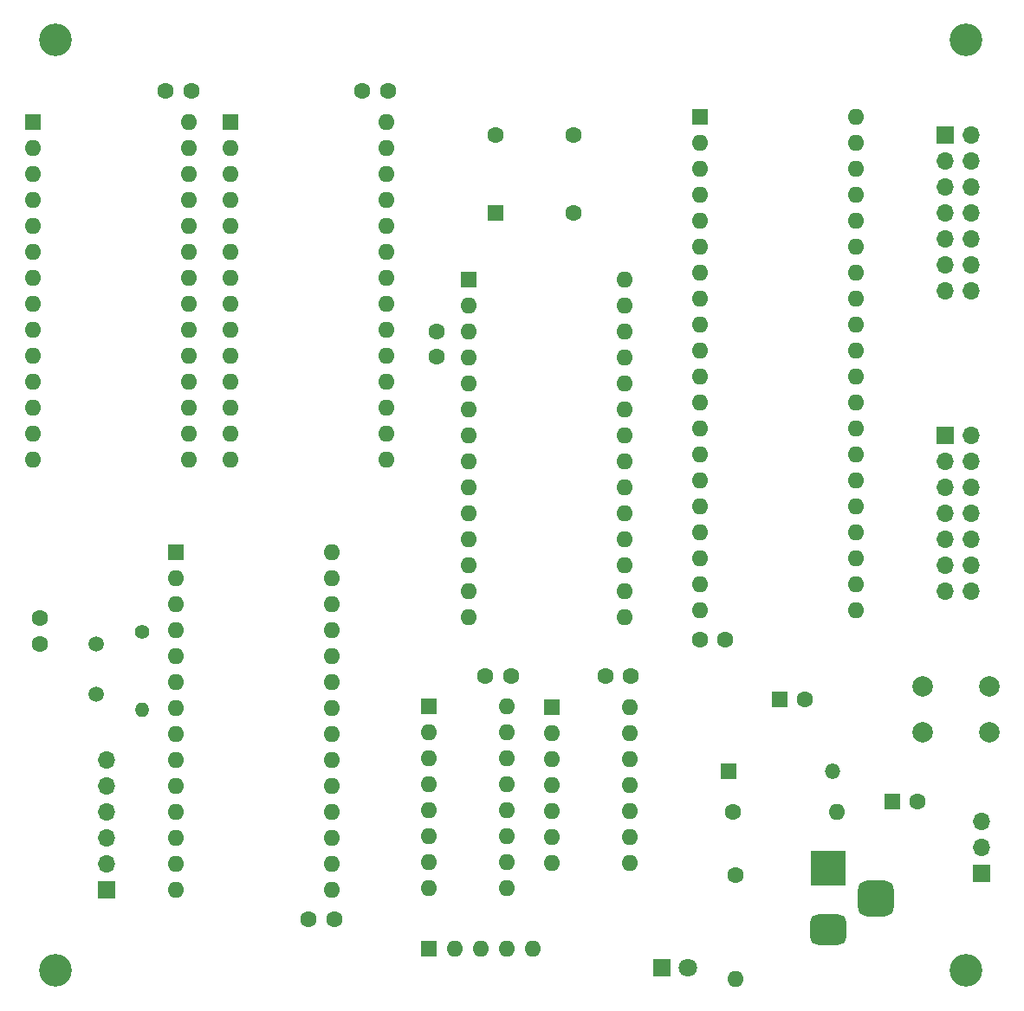
<source format=gts>
G04 #@! TF.GenerationSoftware,KiCad,Pcbnew,7.0.6-0*
G04 #@! TF.CreationDate,2024-02-24T20:21:30+09:00*
G04 #@! TF.ProjectId,K6504-SBC,4b363530-342d-4534-9243-2e6b69636164,rev?*
G04 #@! TF.SameCoordinates,PX54e0840PY90013c0*
G04 #@! TF.FileFunction,Soldermask,Top*
G04 #@! TF.FilePolarity,Negative*
%FSLAX46Y46*%
G04 Gerber Fmt 4.6, Leading zero omitted, Abs format (unit mm)*
G04 Created by KiCad (PCBNEW 7.0.6-0) date 2024-02-24 20:21:30*
%MOMM*%
%LPD*%
G01*
G04 APERTURE LIST*
G04 Aperture macros list*
%AMRoundRect*
0 Rectangle with rounded corners*
0 $1 Rounding radius*
0 $2 $3 $4 $5 $6 $7 $8 $9 X,Y pos of 4 corners*
0 Add a 4 corners polygon primitive as box body*
4,1,4,$2,$3,$4,$5,$6,$7,$8,$9,$2,$3,0*
0 Add four circle primitives for the rounded corners*
1,1,$1+$1,$2,$3*
1,1,$1+$1,$4,$5*
1,1,$1+$1,$6,$7*
1,1,$1+$1,$8,$9*
0 Add four rect primitives between the rounded corners*
20,1,$1+$1,$2,$3,$4,$5,0*
20,1,$1+$1,$4,$5,$6,$7,0*
20,1,$1+$1,$6,$7,$8,$9,0*
20,1,$1+$1,$8,$9,$2,$3,0*%
G04 Aperture macros list end*
%ADD10C,3.200000*%
%ADD11R,1.600000X1.600000*%
%ADD12O,1.600000X1.600000*%
%ADD13C,1.600000*%
%ADD14R,1.500000X1.500000*%
%ADD15O,1.500000X1.500000*%
%ADD16R,1.700000X1.700000*%
%ADD17O,1.700000X1.700000*%
%ADD18R,3.500000X3.500000*%
%ADD19RoundRect,0.750000X1.000000X-0.750000X1.000000X0.750000X-1.000000X0.750000X-1.000000X-0.750000X0*%
%ADD20RoundRect,0.875000X0.875000X-0.875000X0.875000X0.875000X-0.875000X0.875000X-0.875000X-0.875000X0*%
%ADD21R,1.800000X1.800000*%
%ADD22C,1.800000*%
%ADD23C,2.000000*%
%ADD24C,1.400000*%
%ADD25O,1.400000X1.400000*%
%ADD26C,1.500000*%
G04 APERTURE END LIST*
D10*
X5500000Y4500000D03*
D11*
X3260000Y87440000D03*
D12*
X3260000Y84900000D03*
X3260000Y82360000D03*
X3260000Y79820000D03*
X3260000Y77280000D03*
X3260000Y74740000D03*
X3260000Y72200000D03*
X3260000Y69660000D03*
X3260000Y67120000D03*
X3260000Y64580000D03*
X3260000Y62040000D03*
X3260000Y59500000D03*
X3260000Y56960000D03*
X3260000Y54420000D03*
X18500000Y54420000D03*
X18500000Y56960000D03*
X18500000Y59500000D03*
X18500000Y62040000D03*
X18500000Y64580000D03*
X18500000Y67120000D03*
X18500000Y69660000D03*
X18500000Y72200000D03*
X18500000Y74740000D03*
X18500000Y77280000D03*
X18500000Y79820000D03*
X18500000Y82360000D03*
X18500000Y84900000D03*
X18500000Y87440000D03*
D11*
X68485000Y87985000D03*
D12*
X68485000Y85445000D03*
X68485000Y82905000D03*
X68485000Y80365000D03*
X68485000Y77825000D03*
X68485000Y75285000D03*
X68485000Y72745000D03*
X68485000Y70205000D03*
X68485000Y67665000D03*
X68485000Y65125000D03*
X68485000Y62585000D03*
X68485000Y60045000D03*
X68485000Y57505000D03*
X68485000Y54965000D03*
X68485000Y52425000D03*
X68485000Y49885000D03*
X68485000Y47345000D03*
X68485000Y44805000D03*
X68485000Y42265000D03*
X68485000Y39725000D03*
X83725000Y39725000D03*
X83725000Y42265000D03*
X83725000Y44805000D03*
X83725000Y47345000D03*
X83725000Y49885000D03*
X83725000Y52425000D03*
X83725000Y54965000D03*
X83725000Y57505000D03*
X83725000Y60045000D03*
X83725000Y62585000D03*
X83725000Y65125000D03*
X83725000Y67665000D03*
X83725000Y70205000D03*
X83725000Y72745000D03*
X83725000Y75285000D03*
X83725000Y77825000D03*
X83725000Y80365000D03*
X83725000Y82905000D03*
X83725000Y85445000D03*
X83725000Y87985000D03*
D13*
X35500000Y90500000D03*
X38000000Y90500000D03*
D14*
X71320000Y24000000D03*
D15*
X81480000Y24000000D03*
D11*
X87247300Y21000000D03*
D13*
X89747300Y21000000D03*
D11*
X42000000Y30280000D03*
D12*
X42000000Y27740000D03*
X42000000Y25200000D03*
X42000000Y22660000D03*
X42000000Y20120000D03*
X42000000Y17580000D03*
X42000000Y15040000D03*
X42000000Y12500000D03*
X49620000Y12500000D03*
X49620000Y15040000D03*
X49620000Y17580000D03*
X49620000Y20120000D03*
X49620000Y22660000D03*
X49620000Y25200000D03*
X49620000Y27740000D03*
X49620000Y30280000D03*
D16*
X92460000Y56830000D03*
D17*
X95000000Y56830000D03*
X92460000Y54290000D03*
X95000000Y54290000D03*
X92460000Y51750000D03*
X95000000Y51750000D03*
X92460000Y49210000D03*
X95000000Y49210000D03*
X92460000Y46670000D03*
X95000000Y46670000D03*
X92460000Y44130000D03*
X95000000Y44130000D03*
X92460000Y41590000D03*
X95000000Y41590000D03*
D13*
X47500000Y33250000D03*
X50000000Y33250000D03*
D11*
X22560000Y87460000D03*
D12*
X22560000Y84920000D03*
X22560000Y82380000D03*
X22560000Y79840000D03*
X22560000Y77300000D03*
X22560000Y74760000D03*
X22560000Y72220000D03*
X22560000Y69680000D03*
X22560000Y67140000D03*
X22560000Y64600000D03*
X22560000Y62060000D03*
X22560000Y59520000D03*
X22560000Y56980000D03*
X22560000Y54440000D03*
X37800000Y54440000D03*
X37800000Y56980000D03*
X37800000Y59520000D03*
X37800000Y62060000D03*
X37800000Y64600000D03*
X37800000Y67140000D03*
X37800000Y69680000D03*
X37800000Y72220000D03*
X37800000Y74760000D03*
X37800000Y77300000D03*
X37800000Y79840000D03*
X37800000Y82380000D03*
X37800000Y84920000D03*
X37800000Y87460000D03*
D16*
X10500000Y12380000D03*
D17*
X10500000Y14920000D03*
X10500000Y17460000D03*
X10500000Y20000000D03*
X10500000Y22540000D03*
X10500000Y25080000D03*
D13*
X72000000Y13830000D03*
D12*
X72000000Y3670000D03*
D13*
X42750000Y67000000D03*
X42750000Y64500000D03*
X71670000Y20000000D03*
D12*
X81830000Y20000000D03*
D13*
X59250000Y33250000D03*
X61750000Y33250000D03*
D10*
X5500000Y95500000D03*
D13*
X30250000Y9500000D03*
X32750000Y9500000D03*
D16*
X96000000Y13960000D03*
D17*
X96000000Y16500000D03*
X96000000Y19040000D03*
D18*
X81000000Y14500000D03*
D19*
X81000000Y8500000D03*
D20*
X85700000Y11500000D03*
D13*
X16250000Y90500000D03*
X18750000Y90500000D03*
X4000000Y36430000D03*
X4000000Y38930000D03*
D11*
X76250000Y31000000D03*
D13*
X78750000Y31000000D03*
D21*
X64725000Y4750000D03*
D22*
X67265000Y4750000D03*
D10*
X94500000Y4500000D03*
D16*
X92460000Y86160000D03*
D17*
X95000000Y86160000D03*
X92460000Y83620000D03*
X95000000Y83620000D03*
X92460000Y81080000D03*
X95000000Y81080000D03*
X92460000Y78540000D03*
X95000000Y78540000D03*
X92460000Y76000000D03*
X95000000Y76000000D03*
X92460000Y73460000D03*
X95000000Y73460000D03*
X92460000Y70920000D03*
X95000000Y70920000D03*
D23*
X90250000Y32250000D03*
X96750000Y32250000D03*
X90250000Y27750000D03*
X96750000Y27750000D03*
D10*
X94500000Y95500000D03*
D11*
X41980000Y6600000D03*
D12*
X44520000Y6600000D03*
X47060000Y6600000D03*
X49600000Y6600000D03*
X52140000Y6600000D03*
D24*
X14000000Y37620000D03*
D25*
X14000000Y30000000D03*
D11*
X48495000Y78580000D03*
D13*
X56115000Y78580000D03*
X56115000Y86200000D03*
X48495000Y86200000D03*
D26*
X9500000Y36380000D03*
X9500000Y31500000D03*
D13*
X70975000Y36845000D03*
X68475000Y36845000D03*
D11*
X45875000Y72080000D03*
D12*
X45875000Y69540000D03*
X45875000Y67000000D03*
X45875000Y64460000D03*
X45875000Y61920000D03*
X45875000Y59380000D03*
X45875000Y56840000D03*
X45875000Y54300000D03*
X45875000Y51760000D03*
X45875000Y49220000D03*
X45875000Y46680000D03*
X45875000Y44140000D03*
X45875000Y41600000D03*
X45875000Y39060000D03*
X61115000Y39060000D03*
X61115000Y41600000D03*
X61115000Y44140000D03*
X61115000Y46680000D03*
X61115000Y49220000D03*
X61115000Y51760000D03*
X61115000Y54300000D03*
X61115000Y56840000D03*
X61115000Y59380000D03*
X61115000Y61920000D03*
X61115000Y64460000D03*
X61115000Y67000000D03*
X61115000Y69540000D03*
X61115000Y72080000D03*
D11*
X54000000Y30240000D03*
D12*
X54000000Y27700000D03*
X54000000Y25160000D03*
X54000000Y22620000D03*
X54000000Y20080000D03*
X54000000Y17540000D03*
X54000000Y15000000D03*
X61620000Y15000000D03*
X61620000Y17540000D03*
X61620000Y20080000D03*
X61620000Y22620000D03*
X61620000Y25160000D03*
X61620000Y27700000D03*
X61620000Y30240000D03*
D11*
X17260000Y45360000D03*
D12*
X17260000Y42820000D03*
X17260000Y40280000D03*
X17260000Y37740000D03*
X17260000Y35200000D03*
X17260000Y32660000D03*
X17260000Y30120000D03*
X17260000Y27580000D03*
X17260000Y25040000D03*
X17260000Y22500000D03*
X17260000Y19960000D03*
X17260000Y17420000D03*
X17260000Y14880000D03*
X17260000Y12340000D03*
X32500000Y12340000D03*
X32500000Y14880000D03*
X32500000Y17420000D03*
X32500000Y19960000D03*
X32500000Y22500000D03*
X32500000Y25040000D03*
X32500000Y27580000D03*
X32500000Y30120000D03*
X32500000Y32660000D03*
X32500000Y35200000D03*
X32500000Y37740000D03*
X32500000Y40280000D03*
X32500000Y42820000D03*
X32500000Y45360000D03*
M02*

</source>
